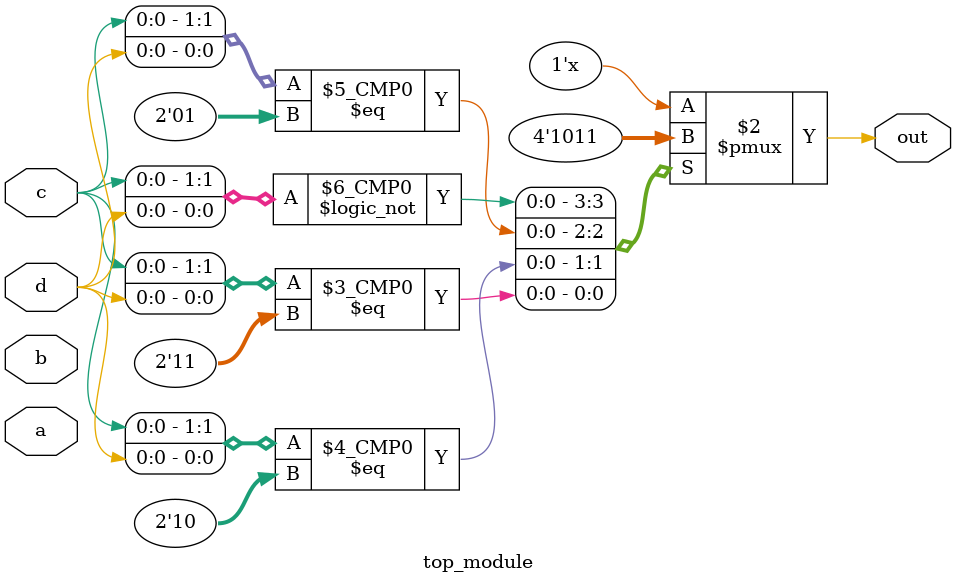
<source format=sv>
module top_module (
    input a,
    input b,
    input c,
    input d,
    output reg out
);

    always @(*) begin
        case ({c, d})
            2'b00: out <= 1;
            2'b01: out <= 0;
            2'b10: out <= 1;
            2'b11: out <= 1;
            default: out <= 1; // Changed from 0 to 1 to handle don't-care condition
        endcase
    end

endmodule

</source>
